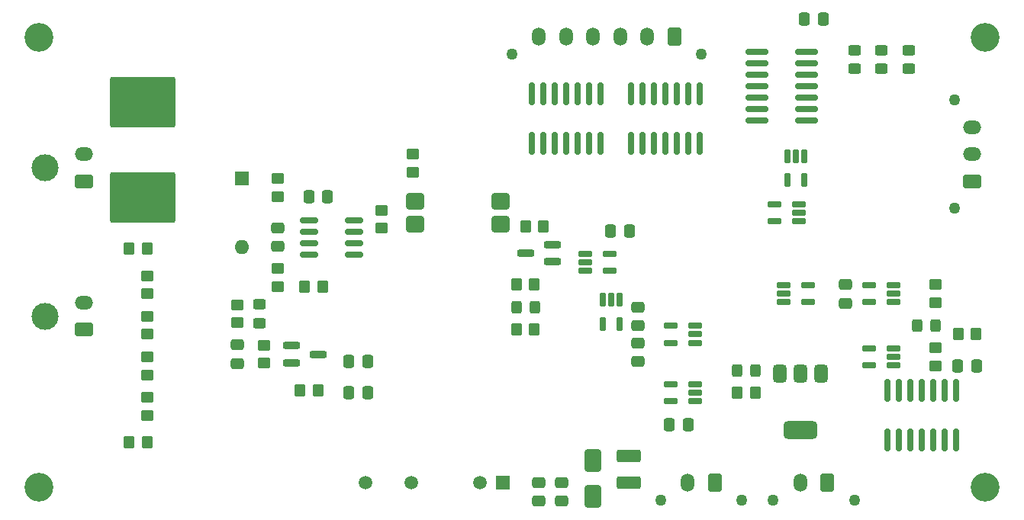
<source format=gbr>
%TF.GenerationSoftware,KiCad,Pcbnew,9.0.0*%
%TF.CreationDate,2025-07-10T21:53:31+08:00*%
%TF.ProjectId,tsal_g_v3,7473616c-5f67-45f7-9633-2e6b69636164,rev?*%
%TF.SameCoordinates,Original*%
%TF.FileFunction,Soldermask,Top*%
%TF.FilePolarity,Negative*%
%FSLAX46Y46*%
G04 Gerber Fmt 4.6, Leading zero omitted, Abs format (unit mm)*
G04 Created by KiCad (PCBNEW 9.0.0) date 2025-07-10 21:53:31*
%MOMM*%
%LPD*%
G01*
G04 APERTURE LIST*
G04 Aperture macros list*
%AMRoundRect*
0 Rectangle with rounded corners*
0 $1 Rounding radius*
0 $2 $3 $4 $5 $6 $7 $8 $9 X,Y pos of 4 corners*
0 Add a 4 corners polygon primitive as box body*
4,1,4,$2,$3,$4,$5,$6,$7,$8,$9,$2,$3,0*
0 Add four circle primitives for the rounded corners*
1,1,$1+$1,$2,$3*
1,1,$1+$1,$4,$5*
1,1,$1+$1,$6,$7*
1,1,$1+$1,$8,$9*
0 Add four rect primitives between the rounded corners*
20,1,$1+$1,$2,$3,$4,$5,0*
20,1,$1+$1,$4,$5,$6,$7,0*
20,1,$1+$1,$6,$7,$8,$9,0*
20,1,$1+$1,$8,$9,$2,$3,0*%
G04 Aperture macros list end*
%ADD10RoundRect,0.250000X0.337500X0.475000X-0.337500X0.475000X-0.337500X-0.475000X0.337500X-0.475000X0*%
%ADD11RoundRect,0.150000X-1.100000X-0.150000X1.100000X-0.150000X1.100000X0.150000X-1.100000X0.150000X0*%
%ADD12RoundRect,0.152500X-1.097500X-0.152500X1.097500X-0.152500X1.097500X0.152500X-1.097500X0.152500X0*%
%ADD13RoundRect,0.150000X-0.150000X1.100000X-0.150000X-1.100000X0.150000X-1.100000X0.150000X1.100000X0*%
%ADD14RoundRect,0.152500X-0.152500X1.097500X-0.152500X-1.097500X0.152500X-1.097500X0.152500X1.097500X0*%
%ADD15RoundRect,0.250000X0.475000X-0.337500X0.475000X0.337500X-0.475000X0.337500X-0.475000X-0.337500X0*%
%ADD16RoundRect,0.251116X3.376384X-2.561384X3.376384X2.561384X-3.376384X2.561384X-3.376384X-2.561384X0*%
%ADD17RoundRect,0.162500X0.617500X0.162500X-0.617500X0.162500X-0.617500X-0.162500X0.617500X-0.162500X0*%
%ADD18RoundRect,0.375000X-0.375000X0.625000X-0.375000X-0.625000X0.375000X-0.625000X0.375000X0.625000X0*%
%ADD19RoundRect,0.500000X-1.400000X0.500000X-1.400000X-0.500000X1.400000X-0.500000X1.400000X0.500000X0*%
%ADD20RoundRect,0.250000X-0.475000X0.337500X-0.475000X-0.337500X0.475000X-0.337500X0.475000X0.337500X0*%
%ADD21RoundRect,0.250000X-0.450000X0.325000X-0.450000X-0.325000X0.450000X-0.325000X0.450000X0.325000X0*%
%ADD22RoundRect,0.250000X0.450000X-0.350000X0.450000X0.350000X-0.450000X0.350000X-0.450000X-0.350000X0*%
%ADD23RoundRect,0.162500X-0.162500X0.617500X-0.162500X-0.617500X0.162500X-0.617500X0.162500X0.617500X0*%
%ADD24RoundRect,0.250000X-0.350000X-0.450000X0.350000X-0.450000X0.350000X0.450000X-0.350000X0.450000X0*%
%ADD25RoundRect,0.250000X-0.337500X-0.475000X0.337500X-0.475000X0.337500X0.475000X-0.337500X0.475000X0*%
%ADD26RoundRect,0.250000X-0.450000X0.350000X-0.450000X-0.350000X0.450000X-0.350000X0.450000X0.350000X0*%
%ADD27RoundRect,0.250000X-0.325000X-0.450000X0.325000X-0.450000X0.325000X0.450000X-0.325000X0.450000X0*%
%ADD28C,1.270000*%
%ADD29RoundRect,0.250001X0.759999X-0.499999X0.759999X0.499999X-0.759999X0.499999X-0.759999X-0.499999X0*%
%ADD30O,2.020000X1.500000*%
%ADD31R,1.600000X1.600000*%
%ADD32O,1.600000X1.600000*%
%ADD33C,3.200000*%
%ADD34RoundRect,0.250001X0.499999X0.759999X-0.499999X0.759999X-0.499999X-0.759999X0.499999X-0.759999X0*%
%ADD35O,1.500000X2.020000*%
%ADD36RoundRect,0.249999X-0.750001X-0.640001X0.750001X-0.640001X0.750001X0.640001X-0.750001X0.640001X0*%
%ADD37RoundRect,0.162500X-0.617500X-0.162500X0.617500X-0.162500X0.617500X0.162500X-0.617500X0.162500X0*%
%ADD38RoundRect,0.250000X0.350000X0.450000X-0.350000X0.450000X-0.350000X-0.450000X0.350000X-0.450000X0*%
%ADD39RoundRect,0.250000X0.325000X0.450000X-0.325000X0.450000X-0.325000X-0.450000X0.325000X-0.450000X0*%
%ADD40C,3.000000*%
%ADD41R,1.500000X1.500000*%
%ADD42C,1.500000*%
%ADD43RoundRect,0.250001X1.074999X-0.462499X1.074999X0.462499X-1.074999X0.462499X-1.074999X-0.462499X0*%
%ADD44RoundRect,0.250000X0.450000X-0.325000X0.450000X0.325000X-0.450000X0.325000X-0.450000X-0.325000X0*%
%ADD45RoundRect,0.250000X0.650000X-1.000000X0.650000X1.000000X-0.650000X1.000000X-0.650000X-1.000000X0*%
%ADD46RoundRect,0.200000X-0.750000X-0.200000X0.750000X-0.200000X0.750000X0.200000X-0.750000X0.200000X0*%
%ADD47RoundRect,0.150000X-0.825000X-0.150000X0.825000X-0.150000X0.825000X0.150000X-0.825000X0.150000X0*%
%ADD48RoundRect,0.200000X0.750000X0.200000X-0.750000X0.200000X-0.750000X-0.200000X0.750000X-0.200000X0*%
G04 APERTURE END LIST*
D10*
%TO.C,C7*%
X127037500Y-79500000D03*
X124962500Y-79500000D03*
%TD*%
D11*
%TO.C,U20*%
X141225000Y-59650000D03*
X141225000Y-60920000D03*
X141225000Y-62190000D03*
X141225000Y-63460000D03*
X141225000Y-64730000D03*
X141225000Y-66000000D03*
D12*
X141225000Y-67265000D03*
X146725000Y-67265000D03*
D11*
X146725000Y-66000000D03*
X146725000Y-64730000D03*
X146725000Y-63460000D03*
X146725000Y-62190000D03*
X146725000Y-60920000D03*
X146725000Y-59650000D03*
%TD*%
D13*
%TO.C,U17*%
X163310000Y-97250000D03*
X162040000Y-97250000D03*
X160770000Y-97250000D03*
X159500000Y-97250000D03*
X158230000Y-97250000D03*
X156960000Y-97250000D03*
D14*
X155695000Y-97250000D03*
X155695000Y-102750000D03*
D13*
X156960000Y-102750000D03*
X158230000Y-102750000D03*
X159500000Y-102750000D03*
X160770000Y-102750000D03*
X162040000Y-102750000D03*
X163310000Y-102750000D03*
%TD*%
%TO.C,U6*%
X123850000Y-64317500D03*
X122580000Y-64317500D03*
X121310000Y-64317500D03*
X120040000Y-64317500D03*
X118770000Y-64317500D03*
X117500000Y-64317500D03*
D14*
X116235000Y-64317500D03*
X116235000Y-69817500D03*
D13*
X117500000Y-69817500D03*
X118770000Y-69817500D03*
X120040000Y-69817500D03*
X121310000Y-69817500D03*
X122580000Y-69817500D03*
X123850000Y-69817500D03*
%TD*%
%TO.C,U5*%
X134810000Y-64292500D03*
X133540000Y-64292500D03*
X132270000Y-64292500D03*
X131000000Y-64292500D03*
X129730000Y-64292500D03*
X128460000Y-64292500D03*
D14*
X127195000Y-64292500D03*
X127195000Y-69792500D03*
D13*
X128460000Y-69792500D03*
X129730000Y-69792500D03*
X131000000Y-69792500D03*
X132270000Y-69792500D03*
X133540000Y-69792500D03*
X134810000Y-69792500D03*
%TD*%
D15*
%TO.C,C6*%
X117000000Y-107462500D03*
X117000000Y-109537500D03*
%TD*%
%TO.C,C9*%
X119500000Y-107462500D03*
X119500000Y-109537500D03*
%TD*%
D16*
%TO.C,F1*%
X73000000Y-75775000D03*
X73000000Y-65225000D03*
%TD*%
D17*
%TO.C,U18*%
X156350000Y-94450000D03*
X156350000Y-93500000D03*
X156350000Y-92550000D03*
X153650000Y-92550000D03*
X153650000Y-94450000D03*
%TD*%
D18*
%TO.C,Q2*%
X148300000Y-95350000D03*
X146000000Y-95350000D03*
D19*
X146000000Y-101650000D03*
D18*
X143700000Y-95350000D03*
%TD*%
D20*
%TO.C,C1*%
X83500000Y-92187500D03*
X83500000Y-94262500D03*
%TD*%
D21*
%TO.C,D6*%
X155000000Y-59450000D03*
X155000000Y-61500000D03*
%TD*%
D22*
%TO.C,R30*%
X161000000Y-87500000D03*
X161000000Y-85500000D03*
%TD*%
%TO.C,R6*%
X73500000Y-91000000D03*
X73500000Y-89000000D03*
%TD*%
D10*
%TO.C,C16*%
X165537500Y-94500000D03*
X163462500Y-94500000D03*
%TD*%
D22*
%TO.C,R29*%
X161000000Y-94500000D03*
X161000000Y-92500000D03*
%TD*%
D23*
%TO.C,U14*%
X146450000Y-71197500D03*
X145500000Y-71197500D03*
X144550000Y-71197500D03*
X144550000Y-73897500D03*
X146450000Y-73897500D03*
%TD*%
D10*
%TO.C,C12*%
X133537500Y-101000000D03*
X131462500Y-101000000D03*
%TD*%
D24*
%TO.C,R4*%
X91000000Y-85725000D03*
X93000000Y-85725000D03*
%TD*%
D15*
%TO.C,C11*%
X128000000Y-94037500D03*
X128000000Y-91962500D03*
%TD*%
D17*
%TO.C,U10*%
X134350000Y-91950000D03*
X134350000Y-91000000D03*
X134350000Y-90050000D03*
X131650000Y-90050000D03*
X131650000Y-91950000D03*
%TD*%
D21*
%TO.C,D5*%
X158000000Y-59450000D03*
X158000000Y-61500000D03*
%TD*%
D22*
%TO.C,R10*%
X88000000Y-75725000D03*
X88000000Y-73725000D03*
%TD*%
D25*
%TO.C,C4*%
X95925000Y-97500000D03*
X98000000Y-97500000D03*
%TD*%
D26*
%TO.C,R11*%
X88000000Y-83725000D03*
X88000000Y-85725000D03*
%TD*%
%TO.C,R1*%
X86500000Y-92225000D03*
X86500000Y-94225000D03*
%TD*%
D27*
%TO.C,D4*%
X114475000Y-88000000D03*
X116525000Y-88000000D03*
%TD*%
D10*
%TO.C,C24*%
X148537500Y-56000000D03*
X146462500Y-56000000D03*
%TD*%
D28*
%TO.C,J8*%
X163125000Y-77000000D03*
X163125000Y-65000000D03*
D29*
X165085000Y-74000000D03*
D30*
X165085000Y-71000000D03*
X165085000Y-68000000D03*
%TD*%
D26*
%TO.C,R13*%
X99500000Y-77225000D03*
X99500000Y-79225000D03*
%TD*%
D31*
%TO.C,D1*%
X84000000Y-73725000D03*
D32*
X84000000Y-81345000D03*
%TD*%
D20*
%TO.C,C2*%
X88000000Y-79187500D03*
X88000000Y-81262500D03*
%TD*%
%TO.C,C20*%
X151000000Y-85462500D03*
X151000000Y-87537500D03*
%TD*%
D33*
%TO.C,H3*%
X166500000Y-108000000D03*
%TD*%
D28*
%TO.C,J7*%
X139500000Y-109460000D03*
X130500000Y-109460000D03*
D34*
X136500000Y-107500000D03*
D35*
X133500000Y-107500000D03*
%TD*%
D24*
%TO.C,R2*%
X90500000Y-97225000D03*
X92500000Y-97225000D03*
%TD*%
D36*
%TO.C,U2*%
X103235000Y-76230000D03*
X103235000Y-78770000D03*
X112765000Y-78770000D03*
X112765000Y-76230000D03*
%TD*%
D37*
%TO.C,U15*%
X144150000Y-85550000D03*
X144150000Y-86500000D03*
X144150000Y-87450000D03*
X146850000Y-87450000D03*
X146850000Y-85550000D03*
%TD*%
D23*
%TO.C,U7*%
X125950000Y-87150000D03*
X125000000Y-87150000D03*
X124050000Y-87150000D03*
X124050000Y-89850000D03*
X125950000Y-89850000D03*
%TD*%
D21*
%TO.C,D7*%
X152000000Y-59450000D03*
X152000000Y-61500000D03*
%TD*%
D24*
%TO.C,R17*%
X114500000Y-90500000D03*
X116500000Y-90500000D03*
%TD*%
%TO.C,R27*%
X139000000Y-97500000D03*
X141000000Y-97500000D03*
%TD*%
D38*
%TO.C,R28*%
X165500000Y-91000000D03*
X163500000Y-91000000D03*
%TD*%
D39*
%TO.C,D9*%
X161025000Y-90000000D03*
X158975000Y-90000000D03*
%TD*%
D33*
%TO.C,H4*%
X166500000Y-58000000D03*
%TD*%
D20*
%TO.C,C8*%
X128000000Y-87962500D03*
X128000000Y-90037500D03*
%TD*%
D40*
%TO.C,J2*%
X62180000Y-89000000D03*
D29*
X66500000Y-90500000D03*
D30*
X66500000Y-87500000D03*
%TD*%
D17*
%TO.C,U19*%
X156350000Y-87450000D03*
X156350000Y-86500000D03*
X156350000Y-85550000D03*
X153650000Y-85550000D03*
X153650000Y-87450000D03*
%TD*%
D26*
%TO.C,R7*%
X73500000Y-93500000D03*
X73500000Y-95500000D03*
%TD*%
D28*
%TO.C,J6*%
X152000000Y-109460000D03*
X143000000Y-109460000D03*
D34*
X149000000Y-107500000D03*
D35*
X146000000Y-107500000D03*
%TD*%
D41*
%TO.C,U3*%
X113000000Y-107500000D03*
D42*
X110460000Y-107500000D03*
X102840000Y-107500000D03*
X97760000Y-107500000D03*
%TD*%
D33*
%TO.C,H1*%
X61500000Y-58000000D03*
%TD*%
D43*
%TO.C,F2*%
X127000000Y-107487500D03*
X127000000Y-104512500D03*
%TD*%
D26*
%TO.C,R5*%
X73500000Y-84500000D03*
X73500000Y-86500000D03*
%TD*%
%TO.C,R14*%
X103000000Y-71000000D03*
X103000000Y-73000000D03*
%TD*%
D38*
%TO.C,R9*%
X73500000Y-103000000D03*
X71500000Y-103000000D03*
%TD*%
D22*
%TO.C,R12*%
X83500000Y-89725000D03*
X83500000Y-87725000D03*
%TD*%
D37*
%TO.C,U4*%
X122150000Y-82050000D03*
X122150000Y-83000000D03*
X122150000Y-83950000D03*
X124850000Y-83950000D03*
X124850000Y-82050000D03*
%TD*%
D25*
%TO.C,C5*%
X95925000Y-94000000D03*
X98000000Y-94000000D03*
%TD*%
D17*
%TO.C,U16*%
X145850000Y-78450000D03*
X145850000Y-77500000D03*
X145850000Y-76550000D03*
X143150000Y-76550000D03*
X143150000Y-78450000D03*
%TD*%
D24*
%TO.C,R3*%
X71500000Y-81500000D03*
X73500000Y-81500000D03*
%TD*%
%TO.C,R15*%
X115500000Y-79000000D03*
X117500000Y-79000000D03*
%TD*%
D17*
%TO.C,U11*%
X134350000Y-98450000D03*
X134350000Y-97500000D03*
X134350000Y-96550000D03*
X131650000Y-96550000D03*
X131650000Y-98450000D03*
%TD*%
D44*
%TO.C,D2*%
X86000000Y-89750000D03*
X86000000Y-87700000D03*
%TD*%
D28*
%TO.C,J3*%
X135000000Y-59917500D03*
X114000000Y-59917500D03*
D34*
X132000000Y-57957500D03*
D35*
X129000000Y-57957500D03*
X126000000Y-57957500D03*
X123000000Y-57957500D03*
X120000000Y-57957500D03*
X117000000Y-57957500D03*
%TD*%
D45*
%TO.C,D3*%
X123000000Y-109000000D03*
X123000000Y-105000000D03*
%TD*%
D46*
%TO.C,U1*%
X89500000Y-92275000D03*
X89500000Y-94175000D03*
X92500000Y-93225000D03*
%TD*%
D27*
%TO.C,D8*%
X138975000Y-95000000D03*
X141025000Y-95000000D03*
%TD*%
D47*
%TO.C,LM1*%
X91525000Y-78320000D03*
X91525000Y-79590000D03*
X91525000Y-80860000D03*
X91525000Y-82130000D03*
X96475000Y-82130000D03*
X96475000Y-80860000D03*
X96475000Y-79590000D03*
X96475000Y-78320000D03*
%TD*%
D33*
%TO.C,H2*%
X61500000Y-108000000D03*
%TD*%
D48*
%TO.C,Q1*%
X118500000Y-82950000D03*
X115500000Y-82000000D03*
X118500000Y-81050000D03*
%TD*%
D10*
%TO.C,C3*%
X93537500Y-75725000D03*
X91462500Y-75725000D03*
%TD*%
D22*
%TO.C,R8*%
X73500000Y-100000000D03*
X73500000Y-98000000D03*
%TD*%
D24*
%TO.C,R16*%
X114500000Y-85500000D03*
X116500000Y-85500000D03*
%TD*%
D40*
%TO.C,J1*%
X62180000Y-72500000D03*
D29*
X66500000Y-74000000D03*
D30*
X66500000Y-71000000D03*
%TD*%
M02*

</source>
